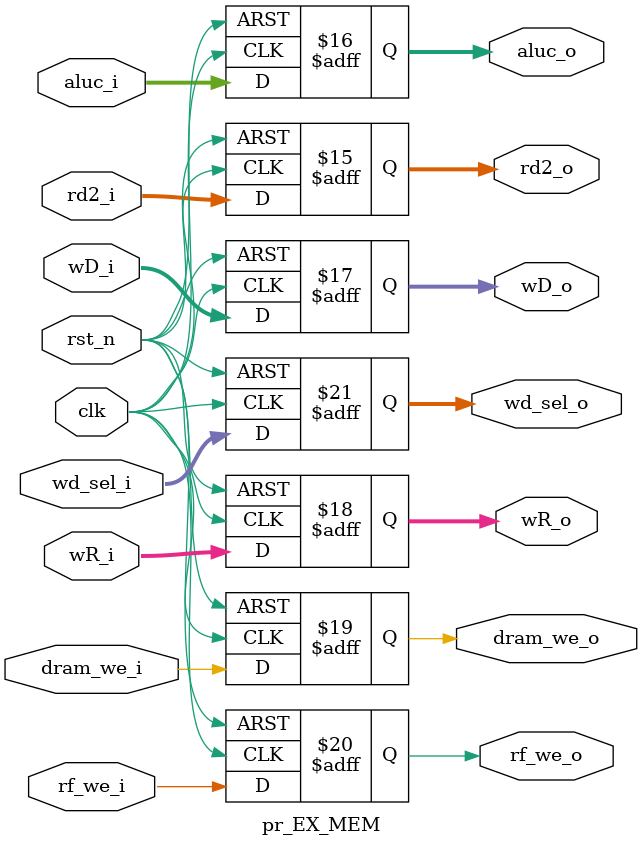
<source format=v>

module pr_EX_MEM(
    input clk,
    input rst_n,
    
    input [1:0] wd_sel_i,
    input rf_we_i,
    input dram_we_i,
    input [4:0] wR_i,
    input [31:0] wD_i,
    input [31:0] aluc_i,
    input [31:0] rd2_i,
    
    output reg [1:0] wd_sel_o,
    output reg rf_we_o,
    output reg dram_we_o,
    output reg [4:0] wR_o,
    output reg [31:0] wD_o,
    output reg [31:0] aluc_o,
    output reg [31:0] rd2_o
    );
    
    always @ (posedge clk or negedge rst_n) begin
        if(!rst_n)      wd_sel_o <= 2'b0;
        else            wd_sel_o <= wd_sel_i;
    end
    
    always @ (posedge clk or negedge rst_n) begin
        if(!rst_n)      rf_we_o <= 1'b0;
        else            rf_we_o <= rf_we_i;
    end
    
    always @ (posedge clk or negedge rst_n) begin
        if(!rst_n)      dram_we_o <= 1'b0;
        else            dram_we_o <= dram_we_i;
    end

    always @ (posedge clk or negedge rst_n) begin
        if(!rst_n)      wR_o <= 5'b0;
        else            wR_o <= wR_i;
    end
    
    always @ (posedge clk or negedge rst_n) begin
        if(!rst_n)      wD_o <= 32'b0;
        else            wD_o <= wD_i;
    end

    always @ (posedge clk or negedge rst_n) begin
        if(!rst_n)      aluc_o <= 32'b0;
        else            aluc_o <= aluc_i;
    end
    
    always @ (posedge clk or negedge rst_n) begin
        if(!rst_n)      rd2_o <= 32'b0;
        else            rd2_o <= rd2_i;
    end

endmodule

</source>
